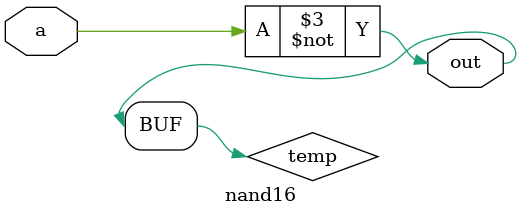
<source format=v>
module nand16 (
    input wire a,
    output wire out
);

    reg temp;
    always @(*) begin
        temp = ~(a & a);
    end

    assign out = temp;
endmodule

</source>
